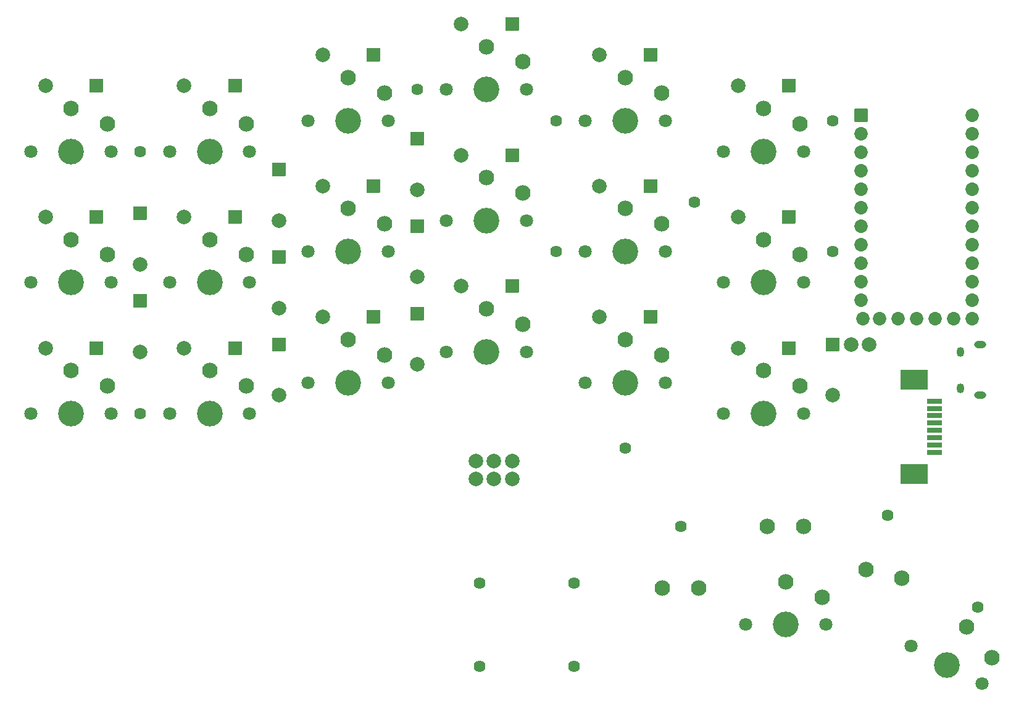
<source format=gbr>
%TF.GenerationSoftware,KiCad,Pcbnew,(6.0.4)*%
%TF.CreationDate,2023-12-03T23:36:57-08:00*%
%TF.ProjectId,left,6c656674-2e6b-4696-9361-645f70636258,v1.0.0*%
%TF.SameCoordinates,Original*%
%TF.FileFunction,Soldermask,Bot*%
%TF.FilePolarity,Negative*%
%FSLAX46Y46*%
G04 Gerber Fmt 4.6, Leading zero omitted, Abs format (unit mm)*
G04 Created by KiCad (PCBNEW (6.0.4)) date 2023-12-03 23:36:57*
%MOMM*%
%LPD*%
G01*
G04 APERTURE LIST*
G04 Aperture macros list*
%AMRoundRect*
0 Rectangle with rounded corners*
0 $1 Rounding radius*
0 $2 $3 $4 $5 $6 $7 $8 $9 X,Y pos of 4 corners*
0 Add a 4 corners polygon primitive as box body*
4,1,4,$2,$3,$4,$5,$6,$7,$8,$9,$2,$3,0*
0 Add four circle primitives for the rounded corners*
1,1,$1+$1,$2,$3*
1,1,$1+$1,$4,$5*
1,1,$1+$1,$6,$7*
1,1,$1+$1,$8,$9*
0 Add four rect primitives between the rounded corners*
20,1,$1+$1,$2,$3,$4,$5,0*
20,1,$1+$1,$4,$5,$6,$7,0*
20,1,$1+$1,$6,$7,$8,$9,0*
20,1,$1+$1,$8,$9,$2,$3,0*%
G04 Aperture macros list end*
%ADD10RoundRect,0.050000X1.000000X-0.305000X1.000000X0.305000X-1.000000X0.305000X-1.000000X-0.305000X0*%
%ADD11RoundRect,0.050000X1.800000X-1.340000X1.800000X1.340000X-1.800000X1.340000X-1.800000X-1.340000X0*%
%ADD12O,1.050000X1.350000*%
%ADD13O,1.650000X0.990000*%
%ADD14C,2.132000*%
%ADD15C,3.529000*%
%ADD16C,1.801800*%
%ADD17C,2.005000*%
%ADD18RoundRect,0.050000X0.889000X0.889000X-0.889000X0.889000X-0.889000X-0.889000X0.889000X-0.889000X0*%
%ADD19RoundRect,0.050000X-0.876300X-0.876300X0.876300X-0.876300X0.876300X0.876300X-0.876300X0.876300X0*%
%ADD20C,1.852600*%
%ADD21C,1.624000*%
%ADD22RoundRect,0.050000X-0.889000X0.889000X-0.889000X-0.889000X0.889000X-0.889000X0.889000X0.889000X0*%
G04 APERTURE END LIST*
D10*
%TO.C,*%
X268450000Y-155300000D03*
X268450000Y-154300000D03*
X268450000Y-153300000D03*
X268450000Y-152300000D03*
X268450000Y-151300000D03*
X268450000Y-150300000D03*
X268450000Y-149300000D03*
X268450000Y-148300000D03*
D11*
X265650000Y-145310000D03*
X265650000Y-158290000D03*
%TD*%
D12*
%TO.C,*%
X272000000Y-141500000D03*
D13*
X274700000Y-140500000D03*
D12*
X272000000Y-146500000D03*
D13*
X274700000Y-147500000D03*
%TD*%
D14*
%TO.C,M2*%
X259074261Y-171395195D03*
X263925739Y-172604805D03*
%TD*%
D15*
%TO.C,S1*%
X150000000Y-150000000D03*
D16*
X155500000Y-150000000D03*
X144500000Y-150000000D03*
D14*
X155000000Y-146200000D03*
X150000000Y-144100000D03*
%TD*%
D15*
%TO.C,S2*%
X150000000Y-132000000D03*
D16*
X155500000Y-132000000D03*
X144500000Y-132000000D03*
D14*
X155000000Y-128200000D03*
X150000000Y-126100000D03*
%TD*%
D15*
%TO.C,S3*%
X150000000Y-114000000D03*
D16*
X155500000Y-114000000D03*
X144500000Y-114000000D03*
D14*
X155000000Y-110200000D03*
X150000000Y-108100000D03*
%TD*%
D15*
%TO.C,S4*%
X169000000Y-150000000D03*
D16*
X174500000Y-150000000D03*
X163500000Y-150000000D03*
D14*
X174000000Y-146200000D03*
X169000000Y-144100000D03*
%TD*%
D15*
%TO.C,S5*%
X169000000Y-132000000D03*
D16*
X174500000Y-132000000D03*
X163500000Y-132000000D03*
D14*
X174000000Y-128200000D03*
X169000000Y-126100000D03*
%TD*%
D15*
%TO.C,S6*%
X169000000Y-114000000D03*
D16*
X174500000Y-114000000D03*
X163500000Y-114000000D03*
D14*
X174000000Y-110200000D03*
X169000000Y-108100000D03*
%TD*%
D15*
%TO.C,S7*%
X188000000Y-145750000D03*
D16*
X193500000Y-145750000D03*
X182500000Y-145750000D03*
D14*
X193000000Y-141950000D03*
X188000000Y-139850000D03*
%TD*%
D15*
%TO.C,S8*%
X188000000Y-127750000D03*
D16*
X193500000Y-127750000D03*
X182500000Y-127750000D03*
D14*
X193000000Y-123950000D03*
X188000000Y-121850000D03*
%TD*%
D15*
%TO.C,S9*%
X188000000Y-109750000D03*
D16*
X193500000Y-109750000D03*
X182500000Y-109750000D03*
D14*
X193000000Y-105950000D03*
X188000000Y-103850000D03*
%TD*%
D15*
%TO.C,S10*%
X207000000Y-141500000D03*
D16*
X212500000Y-141500000D03*
X201500000Y-141500000D03*
D14*
X212000000Y-137700000D03*
X207000000Y-135600000D03*
%TD*%
D15*
%TO.C,S11*%
X207000000Y-123500000D03*
D16*
X212500000Y-123500000D03*
X201500000Y-123500000D03*
D14*
X212000000Y-119700000D03*
X207000000Y-117600000D03*
%TD*%
D15*
%TO.C,S12*%
X207000000Y-105500000D03*
D16*
X212500000Y-105500000D03*
X201500000Y-105500000D03*
D14*
X212000000Y-101700000D03*
X207000000Y-99600000D03*
%TD*%
D15*
%TO.C,S13*%
X226000000Y-145750000D03*
D16*
X231500000Y-145750000D03*
X220500000Y-145750000D03*
D14*
X231000000Y-141950000D03*
X226000000Y-139850000D03*
%TD*%
D15*
%TO.C,S14*%
X226000000Y-127750000D03*
D16*
X231500000Y-127750000D03*
X220500000Y-127750000D03*
D14*
X231000000Y-123950000D03*
X226000000Y-121850000D03*
%TD*%
D15*
%TO.C,S15*%
X226000000Y-109750000D03*
D16*
X231500000Y-109750000D03*
X220500000Y-109750000D03*
D14*
X231000000Y-105950000D03*
X226000000Y-103850000D03*
%TD*%
D15*
%TO.C,S16*%
X245000000Y-150000000D03*
D16*
X250500000Y-150000000D03*
X239500000Y-150000000D03*
D14*
X250000000Y-146200000D03*
X245000000Y-144100000D03*
%TD*%
D15*
%TO.C,S17*%
X245000000Y-132000000D03*
D16*
X250500000Y-132000000D03*
X239500000Y-132000000D03*
D14*
X250000000Y-128200000D03*
X245000000Y-126100000D03*
%TD*%
D15*
%TO.C,S18*%
X245000000Y-114000000D03*
D16*
X250500000Y-114000000D03*
X239500000Y-114000000D03*
D14*
X250000000Y-110200000D03*
X245000000Y-108100000D03*
%TD*%
D15*
%TO.C,S19*%
X248000000Y-179000000D03*
D16*
X253500000Y-179000000D03*
X242500000Y-179000000D03*
D14*
X253000000Y-175200000D03*
X248000000Y-173100000D03*
%TD*%
D15*
%TO.C,S20*%
X270113246Y-184513452D03*
D16*
X274969458Y-187095546D03*
X265257034Y-181931358D03*
D14*
X276311976Y-183505609D03*
X272883128Y-179304061D03*
%TD*%
D17*
%TO.C,D1*%
X146500000Y-141000000D03*
D18*
X153500000Y-141000000D03*
%TD*%
D17*
%TO.C,D2*%
X146500000Y-123000000D03*
D18*
X153500000Y-123000000D03*
%TD*%
D17*
%TO.C,D3*%
X146500000Y-105000000D03*
D18*
X153500000Y-105000000D03*
%TD*%
D17*
%TO.C,D4*%
X165500000Y-141000000D03*
D18*
X172500000Y-141000000D03*
%TD*%
D17*
%TO.C,D5*%
X165500000Y-123000000D03*
D18*
X172500000Y-123000000D03*
%TD*%
D17*
%TO.C,D6*%
X165500000Y-105000000D03*
D18*
X172500000Y-105000000D03*
%TD*%
D17*
%TO.C,D7*%
X184500000Y-136750000D03*
D18*
X191500000Y-136750000D03*
%TD*%
D17*
%TO.C,D8*%
X184500000Y-118750000D03*
D18*
X191500000Y-118750000D03*
%TD*%
D17*
%TO.C,D9*%
X184500000Y-100750000D03*
D18*
X191500000Y-100750000D03*
%TD*%
D17*
%TO.C,D10*%
X203500000Y-132500000D03*
D18*
X210500000Y-132500000D03*
%TD*%
D17*
%TO.C,D11*%
X203500000Y-114500000D03*
D18*
X210500000Y-114500000D03*
%TD*%
D17*
%TO.C,D12*%
X203500000Y-96500000D03*
D18*
X210500000Y-96500000D03*
%TD*%
D17*
%TO.C,D13*%
X222500000Y-136750000D03*
D18*
X229500000Y-136750000D03*
%TD*%
D17*
%TO.C,D14*%
X222500000Y-118750000D03*
D18*
X229500000Y-118750000D03*
%TD*%
D17*
%TO.C,D15*%
X222500000Y-100750000D03*
D18*
X229500000Y-100750000D03*
%TD*%
D17*
%TO.C,D16*%
X241500000Y-141000000D03*
D18*
X248500000Y-141000000D03*
%TD*%
D17*
%TO.C,D17*%
X241500000Y-123000000D03*
D18*
X248500000Y-123000000D03*
%TD*%
D17*
%TO.C,D18*%
X241500000Y-105000000D03*
D18*
X248500000Y-105000000D03*
%TD*%
D19*
%TO.C,*%
X258380000Y-109030000D03*
D20*
X258380000Y-111570000D03*
X258380000Y-114110000D03*
X258380000Y-116650000D03*
X258380000Y-119190000D03*
X258380000Y-121730000D03*
X258380000Y-124270000D03*
X258380000Y-126810000D03*
X258380000Y-129350000D03*
X258380000Y-131890000D03*
X258380000Y-134430000D03*
X258608600Y-136970000D03*
X273620000Y-136970000D03*
X273620000Y-134430000D03*
X273620000Y-131890000D03*
X273620000Y-129350000D03*
X273620000Y-126810000D03*
X273620000Y-124270000D03*
X273620000Y-121730000D03*
X273620000Y-119190000D03*
X273620000Y-116650000D03*
X273620000Y-114110000D03*
X273620000Y-111570000D03*
X273620000Y-109030000D03*
X260920000Y-136970000D03*
X263460000Y-136970000D03*
X266000000Y-136970000D03*
X268540000Y-136970000D03*
X271080000Y-136970000D03*
%TD*%
D14*
%TO.C,M1*%
X231100000Y-174000000D03*
X236100000Y-174000000D03*
%TD*%
%TO.C,M3*%
X245500000Y-165500000D03*
X250500000Y-165500000D03*
%TD*%
D21*
%TO.C,*%
X262000000Y-164000000D03*
%TD*%
%TO.C,*%
X233600000Y-165500000D03*
%TD*%
D17*
%TO.C,D21*%
X159500000Y-129500000D03*
D22*
X159500000Y-122500000D03*
%TD*%
D17*
%TO.C,D22*%
X159500000Y-141500000D03*
D22*
X159500000Y-134500000D03*
%TD*%
D17*
%TO.C,D23*%
X178500000Y-123500000D03*
D22*
X178500000Y-116500000D03*
%TD*%
D17*
%TO.C,D24*%
X178500000Y-135500000D03*
D22*
X178500000Y-128500000D03*
%TD*%
D17*
%TO.C,D25*%
X178500000Y-147500000D03*
D22*
X178500000Y-140500000D03*
%TD*%
D17*
%TO.C,D26*%
X197500000Y-143250000D03*
D22*
X197500000Y-136250000D03*
%TD*%
D17*
%TO.C,D27*%
X197500000Y-131250000D03*
D22*
X197500000Y-124250000D03*
%TD*%
D17*
%TO.C,D28*%
X197500000Y-119250000D03*
D22*
X197500000Y-112250000D03*
%TD*%
D17*
%TO.C,D29*%
X205500000Y-159000000D03*
X208000000Y-159000000D03*
X210500000Y-159000000D03*
X205500000Y-156500000D03*
X208000000Y-156500000D03*
X210500000Y-156500000D03*
%TD*%
D21*
%TO.C,*%
X219000000Y-173300000D03*
%TD*%
%TO.C,*%
X219000000Y-184700000D03*
%TD*%
%TO.C,*%
X206000000Y-173300000D03*
%TD*%
%TO.C,*%
X206000000Y-184700000D03*
%TD*%
%TO.C,*%
X235500000Y-121000000D03*
%TD*%
%TO.C,*%
X159500000Y-114000000D03*
%TD*%
%TO.C,*%
X159500000Y-150000000D03*
%TD*%
%TO.C,*%
X197500000Y-105500000D03*
%TD*%
%TO.C,*%
X274338490Y-176566923D03*
%TD*%
%TO.C,*%
X216500000Y-109750000D03*
%TD*%
%TO.C,*%
X216500000Y-127750000D03*
%TD*%
%TO.C,*%
X254500000Y-127750000D03*
%TD*%
%TO.C,*%
X254500000Y-109750000D03*
%TD*%
%TO.C,*%
X226000000Y-154750000D03*
%TD*%
D17*
%TO.C,D30*%
X254500000Y-147500000D03*
D22*
X254500000Y-140500000D03*
%TD*%
D17*
%TO.C,*%
X257000000Y-140500000D03*
%TD*%
%TO.C,*%
X259500000Y-140500000D03*
%TD*%
M02*

</source>
